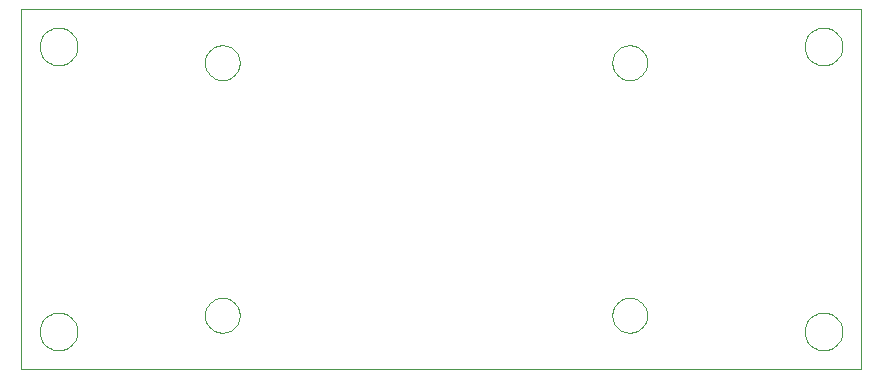
<source format=gm1>
G04 Output by ViewMate Deluxe V11.0.9  PentaLogix LLC*
G04 Wed Jul 08 13:39:12 2015*
%FSLAX24Y24*%
%MOIN*%
%IPPOS*%
%ADD105C,0.0*%

%LPD*%
X0Y0D2*D105*G1X100Y2625D2*X100Y14625D1*D105*X28100Y2625D2*X100Y2625D1*X26220Y3875D2*X26222Y3825D1*X26228Y3775*X26238Y3726*X26252Y3678*X26269Y3631*X26290Y3586*X26315Y3542*X26343Y3501*X26375Y3462*X26409Y3425*X26446Y3391*X26486Y3361*X26528Y3334*X26572Y3310*X26618Y3289*X26665Y3273*X26713Y3260*X26763Y3251*X26812Y3246*X26863Y3245*X26913Y3248*X26962Y3255*X27011Y3266*X27059Y3281*X27105Y3299*X27150Y3321*X27193Y3347*X27234Y3376*X27273Y3408*X27309Y3443*X27341Y3481*X27371Y3521*X27398Y3564*X27421Y3608*X27440Y3654*X27456Y3702*X27468Y3751*X27476Y3800*X27480Y3850*X27480Y3900*X27476Y3950*X27468Y3999*X27456Y4048*X27440Y4096*X27421Y4142*X27398Y4186*X27371Y4229*X27341Y4269*X27309Y4307*X27273Y4342*X27234Y4374*X27193Y4403*X27150Y4429*X27105Y4451*X27059Y4469*X27011Y4484*X26962Y4495*X26913Y4502*X26863Y4505*X26812Y4504*X26763Y4499*X26713Y4490*X26665Y4477*X26618Y4461*X26572Y4440*X26528Y4416*X26486Y4389*X26446Y4359*X26409Y4325*X26375Y4288*X26343Y4249*X26315Y4208*X26290Y4164*X26269Y4119*X26252Y4072*X26238Y4024*X26228Y3975*X26222Y3925*X26220Y3875*X19810Y4415D2*X19812Y4367D1*X19818Y4320*X19828Y4273*X19841Y4227*X19859Y4182*X19880Y4139*X19904Y4098*X19932Y4059*X19963Y4022*X19997Y3988*X20034Y3957*X20073Y3929*X20114Y3905*X20157Y3884*X20202Y3866*X20248Y3853*X20295Y3843*X20342Y3837*X20390Y3835*X20438Y3837*X20485Y3843*X20532Y3853*X20578Y3866*X20623Y3884*X20666Y3905*X20707Y3929*X20746Y3957*X20783Y3988*X20817Y4022*X20848Y4059*X20876Y4098*X20900Y4139*X20921Y4182*X20939Y4227*X20952Y4273*X20962Y4320*X20968Y4367*X20970Y4415*X20968Y4463*X20962Y4510*X20952Y4557*X20939Y4603*X20921Y4648*X20900Y4691*X20876Y4732*X20848Y4771*X20817Y4808*X20783Y4842*X20746Y4873*X20707Y4901*X20666Y4925*X20623Y4946*X20578Y4964*X20532Y4977*X20485Y4987*X20438Y4993*X20390Y4995*X20342Y4993*X20295Y4987*X20248Y4977*X20202Y4964*X20157Y4946*X20114Y4925*X20073Y4901*X20034Y4873*X19997Y4842*X19963Y4808*X19932Y4771*X19904Y4732*X19880Y4691*X19859Y4648*X19841Y4603*X19828Y4557*X19818Y4510*X19812Y4463*X19810Y4415*X26220Y13375D2*X26222Y13325D1*X26228Y13275*X26238Y13226*X26252Y13178*X26269Y13131*X26290Y13086*X26315Y13042*X26343Y13001*X26375Y12962*X26409Y12925*X26446Y12891*X26486Y12861*X26528Y12834*X26572Y12810*X26618Y12789*X26665Y12773*X26713Y12760*X26763Y12751*X26812Y12746*X26863Y12745*X26913Y12748*X26962Y12755*X27011Y12766*X27059Y12781*X27105Y12799*X27150Y12821*X27193Y12847*X27234Y12876*X27273Y12908*X27309Y12943*X27341Y12981*X27371Y13021*X27398Y13064*X27421Y13108*X27440Y13154*X27456Y13202*X27468Y13251*X27476Y13300*X27480Y13350*X27480Y13400*X27476Y13450*X27468Y13499*X27456Y13548*X27440Y13596*X27421Y13642*X27398Y13686*X27371Y13729*X27341Y13769*X27309Y13807*X27273Y13842*X27234Y13874*X27193Y13903*X27150Y13929*X27105Y13951*X27059Y13969*X27011Y13984*X26962Y13995*X26913Y14002*X26863Y14005*X26812Y14004*X26763Y13999*X26713Y13990*X26665Y13977*X26618Y13961*X26572Y13940*X26528Y13916*X26486Y13889*X26446Y13859*X26409Y13825*X26375Y13788*X26343Y13749*X26315Y13708*X26290Y13664*X26269Y13619*X26252Y13572*X26238Y13524*X26228Y13475*X26222Y13425*X26220Y13375*X19810Y12835D2*X19812Y12787D1*X19818Y12740*X19828Y12693*X19841Y12647*X19859Y12602*X19880Y12559*X19904Y12518*X19932Y12479*X19963Y12442*X19997Y12408*X20034Y12377*X20073Y12349*X20114Y12325*X20157Y12304*X20202Y12286*X20248Y12273*X20295Y12263*X20342Y12257*X20390Y12255*X20438Y12257*X20485Y12263*X20532Y12273*X20578Y12286*X20623Y12304*X20666Y12325*X20707Y12349*X20746Y12377*X20783Y12408*X20817Y12442*X20848Y12479*X20876Y12518*X20900Y12559*X20921Y12602*X20939Y12647*X20952Y12693*X20962Y12740*X20968Y12787*X20970Y12835*X20968Y12883*X20962Y12930*X20952Y12977*X20939Y13023*X20921Y13068*X20900Y13111*X20876Y13152*X20848Y13191*X20817Y13228*X20783Y13262*X20746Y13293*X20707Y13321*X20666Y13345*X20623Y13366*X20578Y13384*X20532Y13397*X20485Y13407*X20438Y13413*X20390Y13415*X20342Y13413*X20295Y13407*X20248Y13397*X20202Y13384*X20157Y13366*X20114Y13345*X20073Y13321*X20034Y13293*X19997Y13262*X19963Y13228*X19932Y13191*X19904Y13152*X19880Y13111*X19859Y13068*X19841Y13023*X19828Y12977*X19818Y12930*X19812Y12883*X19810Y12835*X720Y13375D2*X722Y13325D1*X728Y13275*X738Y13226*X752Y13178*X769Y13131*X790Y13086*X815Y13042*X843Y13001*X875Y12962*X909Y12925*X946Y12891*X986Y12861*X1028Y12834*X1072Y12810*X1118Y12789*X1165Y12773*X1213Y12760*X1263Y12751*X1312Y12746*X1363Y12745*X1413Y12748*X1462Y12755*X1511Y12766*X1559Y12781*X1605Y12799*X1650Y12821*X1693Y12847*X1734Y12876*X1773Y12908*X1809Y12943*X1841Y12981*X1871Y13021*X1898Y13064*X1921Y13108*X1940Y13154*X1956Y13202*X1968Y13251*X1976Y13300*X1980Y13350*X1980Y13400*X1976Y13450*X1968Y13499*X1956Y13548*X1940Y13596*X1921Y13642*X1898Y13686*X1871Y13729*X1841Y13769*X1809Y13807*X1773Y13842*X1734Y13874*X1693Y13903*X1650Y13929*X1605Y13951*X1559Y13969*X1511Y13984*X1462Y13995*X1413Y14002*X1363Y14005*X1312Y14004*X1263Y13999*X1213Y13990*X1165Y13977*X1118Y13961*X1072Y13940*X1028Y13916*X986Y13889*X946Y13859*X909Y13825*X875Y13788*X843Y13749*X815Y13708*X790Y13664*X769Y13619*X752Y13572*X738Y13524*X728Y13475*X722Y13425*X720Y13375*X6230Y12835D2*X6232Y12787D1*X6238Y12740*X6248Y12693*X6261Y12647*X6279Y12602*X6300Y12559*X6324Y12518*X6352Y12479*X6383Y12442*X6417Y12408*X6454Y12377*X6493Y12349*X6534Y12325*X6577Y12304*X6622Y12286*X6668Y12273*X6715Y12263*X6762Y12257*X6810Y12255*X6858Y12257*X6905Y12263*X6952Y12273*X6998Y12286*X7043Y12304*X7086Y12325*X7127Y12349*X7166Y12377*X7203Y12408*X7237Y12442*X7268Y12479*X7296Y12518*X7320Y12559*X7341Y12602*X7359Y12647*X7372Y12693*X7382Y12740*X7388Y12787*X7390Y12835*X7388Y12883*X7382Y12930*X7372Y12977*X7359Y13023*X7341Y13068*X7320Y13111*X7296Y13152*X7268Y13191*X7237Y13228*X7203Y13262*X7166Y13293*X7127Y13321*X7086Y13345*X7043Y13366*X6998Y13384*X6952Y13397*X6905Y13407*X6858Y13413*X6810Y13415*X6762Y13413*X6715Y13407*X6668Y13397*X6622Y13384*X6577Y13366*X6534Y13345*X6493Y13321*X6454Y13293*X6417Y13262*X6383Y13228*X6352Y13191*X6324Y13152*X6300Y13111*X6279Y13068*X6261Y13023*X6248Y12977*X6238Y12930*X6232Y12883*X6230Y12835*X6230Y4415D2*X6232Y4367D1*X6238Y4320*X6248Y4273*X6261Y4227*X6279Y4182*X6300Y4139*X6324Y4098*X6352Y4059*X6383Y4022*X6417Y3988*X6454Y3957*X6493Y3929*X6534Y3905*X6577Y3884*X6622Y3866*X6668Y3853*X6715Y3843*X6762Y3837*X6810Y3835*X6858Y3837*X6905Y3843*X6952Y3853*X6998Y3866*X7043Y3884*X7086Y3905*X7127Y3929*X7166Y3957*X7203Y3988*X7237Y4022*X7268Y4059*X7296Y4098*X7320Y4139*X7341Y4182*X7359Y4227*X7372Y4273*X7382Y4320*X7388Y4367*X7390Y4415*X7388Y4463*X7382Y4510*X7372Y4557*X7359Y4603*X7341Y4648*X7320Y4691*X7296Y4732*X7268Y4771*X7237Y4808*X7203Y4842*X7166Y4873*X7127Y4901*X7086Y4925*X7043Y4946*X6998Y4964*X6952Y4977*X6905Y4987*X6858Y4993*X6810Y4995*X6762Y4993*X6715Y4987*X6668Y4977*X6622Y4964*X6577Y4946*X6534Y4925*X6493Y4901*X6454Y4873*X6417Y4842*X6383Y4808*X6352Y4771*X6324Y4732*X6300Y4691*X6279Y4648*X6261Y4603*X6248Y4557*X6238Y4510*X6232Y4463*X6230Y4415*X720Y3875D2*X722Y3825D1*X728Y3775*X738Y3726*X752Y3678*X769Y3631*X790Y3586*X815Y3542*X843Y3501*X875Y3462*X909Y3425*X946Y3391*X986Y3361*X1028Y3334*X1072Y3310*X1118Y3289*X1165Y3273*X1213Y3260*X1263Y3251*X1312Y3246*X1363Y3245*X1413Y3248*X1462Y3255*X1511Y3266*X1559Y3281*X1605Y3299*X1650Y3321*X1693Y3347*X1734Y3376*X1773Y3408*X1809Y3443*X1841Y3481*X1871Y3521*X1898Y3564*X1921Y3608*X1940Y3654*X1956Y3702*X1968Y3751*X1976Y3800*X1980Y3850*X1980Y3900*X1976Y3950*X1968Y3999*X1956Y4048*X1940Y4096*X1921Y4142*X1898Y4186*X1871Y4229*X1841Y4269*X1809Y4307*X1773Y4342*X1734Y4374*X1693Y4403*X1650Y4429*X1605Y4451*X1559Y4469*X1511Y4484*X1462Y4495*X1413Y4502*X1363Y4505*X1312Y4504*X1263Y4499*X1213Y4490*X1165Y4477*X1118Y4461*X1072Y4440*X1028Y4416*X986Y4389*X946Y4359*X909Y4325*X875Y4288*X843Y4249*X815Y4208*X790Y4164*X769Y4119*X752Y4072*X738Y4024*X728Y3975*X722Y3925*X720Y3875*X28100Y2625D2*X28100Y14625D1*X100Y14625*X0Y0D2*M02*
</source>
